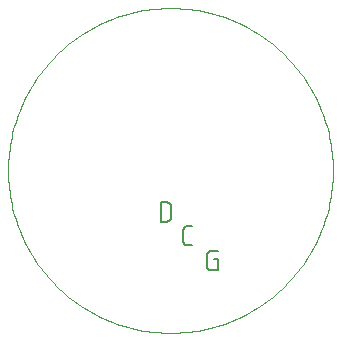
<source format=gto>
G75*
%MOIN*%
%OFA0B0*%
%FSLAX25Y25*%
%IPPOS*%
%LPD*%
%AMOC8*
5,1,8,0,0,1.08239X$1,22.5*
%
%ADD10C,0.00000*%
%ADD11C,0.00600*%
D10*
X0055134Y0001000D02*
X0053816Y0001016D01*
X0052498Y0001064D01*
X0051182Y0001144D01*
X0049869Y0001257D01*
X0048559Y0001401D01*
X0047252Y0001577D01*
X0045950Y0001785D01*
X0044654Y0002024D01*
X0043364Y0002295D01*
X0042080Y0002597D01*
X0040805Y0002931D01*
X0039538Y0003295D01*
X0038280Y0003690D01*
X0037033Y0004116D01*
X0035796Y0004572D01*
X0034570Y0005058D01*
X0033357Y0005573D01*
X0032156Y0006118D01*
X0030970Y0006693D01*
X0029797Y0007295D01*
X0028640Y0007926D01*
X0027498Y0008586D01*
X0026373Y0009272D01*
X0025265Y0009986D01*
X0024174Y0010727D01*
X0023102Y0011494D01*
X0022049Y0012287D01*
X0021015Y0013105D01*
X0020002Y0013949D01*
X0019009Y0014817D01*
X0018038Y0015708D01*
X0017089Y0016623D01*
X0016163Y0017561D01*
X0015259Y0018521D01*
X0014380Y0019503D01*
X0013524Y0020506D01*
X0012693Y0021529D01*
X0011887Y0022573D01*
X0011107Y0023636D01*
X0010353Y0024717D01*
X0009626Y0025817D01*
X0008926Y0026933D01*
X0008253Y0028067D01*
X0007607Y0029217D01*
X0006990Y0030382D01*
X0006402Y0031561D01*
X0005842Y0032755D01*
X0005312Y0033962D01*
X0004811Y0035181D01*
X0004340Y0036413D01*
X0003899Y0037655D01*
X0003489Y0038908D01*
X0003109Y0040170D01*
X0002760Y0041442D01*
X0002442Y0042721D01*
X0002156Y0044008D01*
X0001900Y0045301D01*
X0001677Y0046600D01*
X0001485Y0047905D01*
X0001325Y0049213D01*
X0001197Y0050525D01*
X0001100Y0051840D01*
X0001036Y0053157D01*
X0001004Y0054475D01*
X0001004Y0055793D01*
X0001036Y0057111D01*
X0001100Y0058428D01*
X0001197Y0059743D01*
X0001325Y0061055D01*
X0001485Y0062363D01*
X0001677Y0063668D01*
X0001900Y0064967D01*
X0002156Y0066260D01*
X0002442Y0067547D01*
X0002760Y0068826D01*
X0003109Y0070098D01*
X0003489Y0071360D01*
X0003899Y0072613D01*
X0004340Y0073855D01*
X0004811Y0075087D01*
X0005312Y0076306D01*
X0005842Y0077513D01*
X0006402Y0078707D01*
X0006990Y0079886D01*
X0007607Y0081051D01*
X0008253Y0082201D01*
X0008926Y0083335D01*
X0009626Y0084451D01*
X0010353Y0085551D01*
X0011107Y0086632D01*
X0011887Y0087695D01*
X0012693Y0088739D01*
X0013524Y0089762D01*
X0014380Y0090765D01*
X0015259Y0091747D01*
X0016163Y0092707D01*
X0017089Y0093645D01*
X0018038Y0094560D01*
X0019009Y0095451D01*
X0020002Y0096319D01*
X0021015Y0097163D01*
X0022049Y0097981D01*
X0023102Y0098774D01*
X0024174Y0099541D01*
X0025265Y0100282D01*
X0026373Y0100996D01*
X0027498Y0101682D01*
X0028640Y0102342D01*
X0029797Y0102973D01*
X0030970Y0103575D01*
X0032156Y0104150D01*
X0033357Y0104695D01*
X0034570Y0105210D01*
X0035796Y0105696D01*
X0037033Y0106152D01*
X0038280Y0106578D01*
X0039538Y0106973D01*
X0040805Y0107337D01*
X0042080Y0107671D01*
X0043364Y0107973D01*
X0044654Y0108244D01*
X0045950Y0108483D01*
X0047252Y0108691D01*
X0048559Y0108867D01*
X0049869Y0109011D01*
X0051182Y0109124D01*
X0052498Y0109204D01*
X0053816Y0109252D01*
X0055134Y0109268D01*
X0056452Y0109252D01*
X0057770Y0109204D01*
X0059086Y0109124D01*
X0060399Y0109011D01*
X0061709Y0108867D01*
X0063016Y0108691D01*
X0064318Y0108483D01*
X0065614Y0108244D01*
X0066904Y0107973D01*
X0068188Y0107671D01*
X0069463Y0107337D01*
X0070730Y0106973D01*
X0071988Y0106578D01*
X0073235Y0106152D01*
X0074472Y0105696D01*
X0075698Y0105210D01*
X0076911Y0104695D01*
X0078112Y0104150D01*
X0079298Y0103575D01*
X0080471Y0102973D01*
X0081628Y0102342D01*
X0082770Y0101682D01*
X0083895Y0100996D01*
X0085003Y0100282D01*
X0086094Y0099541D01*
X0087166Y0098774D01*
X0088219Y0097981D01*
X0089253Y0097163D01*
X0090266Y0096319D01*
X0091259Y0095451D01*
X0092230Y0094560D01*
X0093179Y0093645D01*
X0094105Y0092707D01*
X0095009Y0091747D01*
X0095888Y0090765D01*
X0096744Y0089762D01*
X0097575Y0088739D01*
X0098381Y0087695D01*
X0099161Y0086632D01*
X0099915Y0085551D01*
X0100642Y0084451D01*
X0101342Y0083335D01*
X0102015Y0082201D01*
X0102661Y0081051D01*
X0103278Y0079886D01*
X0103866Y0078707D01*
X0104426Y0077513D01*
X0104956Y0076306D01*
X0105457Y0075087D01*
X0105928Y0073855D01*
X0106369Y0072613D01*
X0106779Y0071360D01*
X0107159Y0070098D01*
X0107508Y0068826D01*
X0107826Y0067547D01*
X0108112Y0066260D01*
X0108368Y0064967D01*
X0108591Y0063668D01*
X0108783Y0062363D01*
X0108943Y0061055D01*
X0109071Y0059743D01*
X0109168Y0058428D01*
X0109232Y0057111D01*
X0109264Y0055793D01*
X0109264Y0054475D01*
X0109232Y0053157D01*
X0109168Y0051840D01*
X0109071Y0050525D01*
X0108943Y0049213D01*
X0108783Y0047905D01*
X0108591Y0046600D01*
X0108368Y0045301D01*
X0108112Y0044008D01*
X0107826Y0042721D01*
X0107508Y0041442D01*
X0107159Y0040170D01*
X0106779Y0038908D01*
X0106369Y0037655D01*
X0105928Y0036413D01*
X0105457Y0035181D01*
X0104956Y0033962D01*
X0104426Y0032755D01*
X0103866Y0031561D01*
X0103278Y0030382D01*
X0102661Y0029217D01*
X0102015Y0028067D01*
X0101342Y0026933D01*
X0100642Y0025817D01*
X0099915Y0024717D01*
X0099161Y0023636D01*
X0098381Y0022573D01*
X0097575Y0021529D01*
X0096744Y0020506D01*
X0095888Y0019503D01*
X0095009Y0018521D01*
X0094105Y0017561D01*
X0093179Y0016623D01*
X0092230Y0015708D01*
X0091259Y0014817D01*
X0090266Y0013949D01*
X0089253Y0013105D01*
X0088219Y0012287D01*
X0087166Y0011494D01*
X0086094Y0010727D01*
X0085003Y0009986D01*
X0083895Y0009272D01*
X0082770Y0008586D01*
X0081628Y0007926D01*
X0080471Y0007295D01*
X0079298Y0006693D01*
X0078112Y0006118D01*
X0076911Y0005573D01*
X0075698Y0005058D01*
X0074472Y0004572D01*
X0073235Y0004116D01*
X0071988Y0003690D01*
X0070730Y0003295D01*
X0069463Y0002931D01*
X0068188Y0002597D01*
X0066904Y0002295D01*
X0065614Y0002024D01*
X0064318Y0001785D01*
X0063016Y0001577D01*
X0061709Y0001401D01*
X0060399Y0001257D01*
X0059086Y0001144D01*
X0057770Y0001064D01*
X0056452Y0001016D01*
X0055134Y0001000D01*
D11*
X0053668Y0038111D02*
X0051891Y0038111D01*
X0051891Y0044511D01*
X0053668Y0044511D01*
X0053750Y0044509D01*
X0053832Y0044503D01*
X0053914Y0044494D01*
X0053995Y0044481D01*
X0054075Y0044464D01*
X0054155Y0044443D01*
X0054233Y0044419D01*
X0054310Y0044391D01*
X0054386Y0044360D01*
X0054461Y0044325D01*
X0054533Y0044286D01*
X0054604Y0044245D01*
X0054673Y0044200D01*
X0054739Y0044152D01*
X0054804Y0044101D01*
X0054866Y0044047D01*
X0054925Y0043990D01*
X0054982Y0043931D01*
X0055036Y0043869D01*
X0055087Y0043804D01*
X0055135Y0043738D01*
X0055180Y0043669D01*
X0055221Y0043598D01*
X0055260Y0043526D01*
X0055295Y0043451D01*
X0055326Y0043375D01*
X0055354Y0043298D01*
X0055378Y0043220D01*
X0055399Y0043140D01*
X0055416Y0043060D01*
X0055429Y0042979D01*
X0055438Y0042897D01*
X0055444Y0042815D01*
X0055446Y0042733D01*
X0055446Y0039889D01*
X0055444Y0039807D01*
X0055438Y0039725D01*
X0055429Y0039643D01*
X0055416Y0039562D01*
X0055399Y0039482D01*
X0055378Y0039402D01*
X0055354Y0039324D01*
X0055326Y0039247D01*
X0055295Y0039171D01*
X0055260Y0039096D01*
X0055221Y0039024D01*
X0055180Y0038953D01*
X0055135Y0038884D01*
X0055087Y0038818D01*
X0055036Y0038753D01*
X0054982Y0038691D01*
X0054925Y0038632D01*
X0054866Y0038575D01*
X0054804Y0038521D01*
X0054739Y0038470D01*
X0054673Y0038422D01*
X0054604Y0038377D01*
X0054533Y0038336D01*
X0054461Y0038297D01*
X0054386Y0038262D01*
X0054310Y0038231D01*
X0054233Y0038203D01*
X0054155Y0038179D01*
X0054075Y0038158D01*
X0053995Y0038141D01*
X0053914Y0038128D01*
X0053832Y0038119D01*
X0053750Y0038113D01*
X0053668Y0038111D01*
X0059371Y0035215D02*
X0059371Y0031659D01*
X0059373Y0031585D01*
X0059379Y0031510D01*
X0059389Y0031437D01*
X0059402Y0031363D01*
X0059419Y0031291D01*
X0059441Y0031220D01*
X0059465Y0031149D01*
X0059494Y0031081D01*
X0059526Y0031013D01*
X0059562Y0030948D01*
X0059600Y0030885D01*
X0059643Y0030823D01*
X0059688Y0030764D01*
X0059736Y0030707D01*
X0059787Y0030653D01*
X0059841Y0030602D01*
X0059898Y0030554D01*
X0059957Y0030509D01*
X0060019Y0030466D01*
X0060082Y0030428D01*
X0060147Y0030392D01*
X0060215Y0030360D01*
X0060283Y0030331D01*
X0060354Y0030307D01*
X0060425Y0030285D01*
X0060497Y0030268D01*
X0060571Y0030255D01*
X0060644Y0030245D01*
X0060719Y0030239D01*
X0060793Y0030237D01*
X0062215Y0030237D01*
X0059371Y0035215D02*
X0059373Y0035289D01*
X0059379Y0035364D01*
X0059389Y0035437D01*
X0059402Y0035511D01*
X0059419Y0035583D01*
X0059441Y0035654D01*
X0059465Y0035725D01*
X0059494Y0035793D01*
X0059526Y0035861D01*
X0059562Y0035926D01*
X0059600Y0035989D01*
X0059643Y0036051D01*
X0059688Y0036110D01*
X0059736Y0036166D01*
X0059787Y0036221D01*
X0059841Y0036272D01*
X0059898Y0036320D01*
X0059957Y0036365D01*
X0060019Y0036408D01*
X0060082Y0036446D01*
X0060147Y0036482D01*
X0060215Y0036514D01*
X0060283Y0036543D01*
X0060354Y0036567D01*
X0060425Y0036589D01*
X0060497Y0036606D01*
X0060571Y0036619D01*
X0060644Y0036629D01*
X0060719Y0036635D01*
X0060793Y0036637D01*
X0062215Y0036637D01*
X0068667Y0028369D02*
X0070800Y0028369D01*
X0068667Y0028369D02*
X0068593Y0028367D01*
X0068518Y0028361D01*
X0068445Y0028351D01*
X0068371Y0028338D01*
X0068299Y0028321D01*
X0068228Y0028299D01*
X0068157Y0028275D01*
X0068089Y0028246D01*
X0068021Y0028214D01*
X0067956Y0028178D01*
X0067893Y0028140D01*
X0067831Y0028097D01*
X0067772Y0028052D01*
X0067715Y0028004D01*
X0067661Y0027953D01*
X0067610Y0027898D01*
X0067562Y0027842D01*
X0067517Y0027783D01*
X0067474Y0027721D01*
X0067436Y0027658D01*
X0067400Y0027593D01*
X0067368Y0027525D01*
X0067339Y0027457D01*
X0067315Y0027386D01*
X0067293Y0027315D01*
X0067276Y0027243D01*
X0067263Y0027169D01*
X0067253Y0027096D01*
X0067247Y0027021D01*
X0067245Y0026947D01*
X0067245Y0023392D01*
X0067247Y0023318D01*
X0067253Y0023243D01*
X0067263Y0023170D01*
X0067276Y0023096D01*
X0067293Y0023024D01*
X0067315Y0022953D01*
X0067339Y0022882D01*
X0067368Y0022814D01*
X0067400Y0022746D01*
X0067436Y0022681D01*
X0067474Y0022618D01*
X0067517Y0022556D01*
X0067562Y0022497D01*
X0067610Y0022440D01*
X0067661Y0022386D01*
X0067715Y0022335D01*
X0067772Y0022287D01*
X0067831Y0022242D01*
X0067893Y0022199D01*
X0067956Y0022161D01*
X0068021Y0022125D01*
X0068089Y0022093D01*
X0068157Y0022064D01*
X0068228Y0022040D01*
X0068299Y0022018D01*
X0068371Y0022001D01*
X0068445Y0021988D01*
X0068518Y0021978D01*
X0068593Y0021972D01*
X0068667Y0021970D01*
X0068667Y0021969D02*
X0070800Y0021969D01*
X0070800Y0025525D01*
X0069734Y0025525D01*
M02*

</source>
